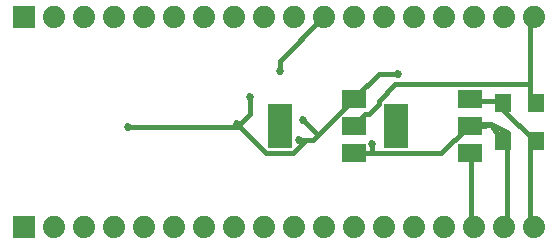
<source format=gbl>
G75*
%MOIN*%
%OFA0B0*%
%FSLAX25Y25*%
%IPPOS*%
%LPD*%
%AMOC8*
5,1,8,0,0,1.08239X$1,22.5*
%
%ADD10R,0.07900X0.05900*%
%ADD11R,0.07900X0.15000*%
%ADD12R,0.07400X0.07400*%
%ADD13C,0.07400*%
%ADD14R,0.05512X0.06299*%
%ADD15C,0.01600*%
%ADD16C,0.02700*%
D10*
X0121150Y0031900D03*
X0121150Y0040900D03*
X0121150Y0049900D03*
X0159900Y0049900D03*
X0159900Y0040900D03*
X0159900Y0031900D03*
D11*
X0135100Y0041000D03*
X0096350Y0041000D03*
D12*
X0011250Y0007250D03*
X0011250Y0077250D03*
D13*
X0021250Y0077250D03*
X0031250Y0077250D03*
X0041250Y0077250D03*
X0051250Y0077250D03*
X0061250Y0077250D03*
X0071250Y0077250D03*
X0081250Y0077250D03*
X0091250Y0077250D03*
X0101250Y0077250D03*
X0111250Y0077250D03*
X0121250Y0077250D03*
X0131250Y0077250D03*
X0141250Y0077250D03*
X0151250Y0077250D03*
X0161250Y0077250D03*
X0171250Y0077250D03*
X0181250Y0077250D03*
X0181250Y0007250D03*
X0171250Y0007250D03*
X0161250Y0007250D03*
X0151250Y0007250D03*
X0141250Y0007250D03*
X0131250Y0007250D03*
X0121250Y0007250D03*
X0111250Y0007250D03*
X0101250Y0007250D03*
X0091250Y0007250D03*
X0081250Y0007250D03*
X0071250Y0007250D03*
X0061250Y0007250D03*
X0051250Y0007250D03*
X0041250Y0007250D03*
X0031250Y0007250D03*
X0021250Y0007250D03*
D14*
X0170738Y0036000D03*
X0181762Y0036000D03*
X0181762Y0048500D03*
X0170738Y0048500D03*
D15*
X0171100Y0048300D01*
X0171100Y0046100D01*
X0181000Y0036200D01*
X0181762Y0036000D01*
X0181000Y0035100D01*
X0179900Y0034000D01*
X0179900Y0008700D01*
X0181000Y0007600D01*
X0181250Y0007250D01*
X0172200Y0007600D02*
X0171250Y0007250D01*
X0172200Y0007600D02*
X0172200Y0034000D01*
X0172050Y0038850D01*
X0166700Y0041700D01*
X0160100Y0041700D01*
X0159900Y0040900D01*
X0159000Y0040600D01*
X0150200Y0031800D01*
X0127100Y0031800D01*
X0127100Y0035100D01*
X0127100Y0031800D02*
X0121600Y0031800D01*
X0121150Y0031900D01*
X0108950Y0037850D02*
X0104000Y0042800D01*
X0108950Y0037850D02*
X0107300Y0036200D01*
X0105100Y0036200D01*
X0100700Y0031800D01*
X0091900Y0031800D01*
X0082000Y0041700D01*
X0082000Y0040600D01*
X0045700Y0040600D01*
X0082000Y0041700D02*
X0083100Y0041700D01*
X0086400Y0045000D01*
X0086400Y0050500D01*
X0096300Y0059300D02*
X0096300Y0062600D01*
X0110600Y0076900D01*
X0111250Y0077250D01*
X0129300Y0058200D02*
X0121600Y0050500D01*
X0121150Y0049900D01*
X0120500Y0049400D01*
X0108950Y0037850D01*
X0105100Y0036200D02*
X0102900Y0036200D01*
X0121150Y0040900D02*
X0121600Y0041700D01*
X0124900Y0045000D01*
X0126000Y0045000D01*
X0129300Y0048300D01*
X0129300Y0049400D01*
X0134800Y0054900D01*
X0179900Y0054900D01*
X0179900Y0049400D01*
X0181000Y0049400D01*
X0181762Y0048500D01*
X0172200Y0049400D02*
X0171100Y0049400D01*
X0170738Y0048500D01*
X0171100Y0049400D02*
X0160100Y0049400D01*
X0159900Y0049900D01*
X0159900Y0040900D02*
X0160100Y0040600D01*
X0166850Y0041350D01*
X0171100Y0035100D01*
X0170738Y0036000D01*
X0171100Y0035100D02*
X0172200Y0035100D01*
X0160100Y0031800D02*
X0159900Y0031900D01*
X0160100Y0031800D02*
X0160100Y0008700D01*
X0161200Y0007600D01*
X0161250Y0007250D01*
X0179900Y0054900D02*
X0179900Y0075800D01*
X0181000Y0076900D01*
X0181250Y0077250D01*
X0135900Y0058200D02*
X0129300Y0058200D01*
D16*
X0135900Y0058200D03*
X0104000Y0042800D03*
X0102900Y0036200D03*
X0082000Y0041700D03*
X0086400Y0050500D03*
X0096300Y0059300D03*
X0045700Y0040600D03*
X0127100Y0035100D03*
M02*

</source>
